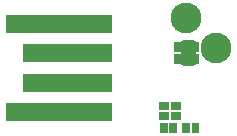
<source format=gbr>
G04 start of page 11 for group -4063 idx -4063 *
G04 Title: (unknown), componentmask *
G04 Creator: pcb 4.2.0 *
G04 CreationDate: Tue Jun 16 07:47:16 2020 UTC *
G04 For: commonadmin *
G04 Format: Gerber/RS-274X *
G04 PCB-Dimensions (mil): 6000.00 5000.00 *
G04 PCB-Coordinate-Origin: lower left *
%MOIN*%
%FSLAX25Y25*%
%LNTOPMASK*%
%ADD43C,0.0001*%
%ADD42C,0.0200*%
%ADD41C,0.1027*%
G54D41*X72250Y31000D03*
G54D42*X64500Y32700D02*X65100Y32100D01*
G54D43*G36*
X64100Y33100D02*Y31100D01*
X66600D01*
Y33100D01*
X64100D01*
G37*
G54D42*X64500Y28700D02*X65100Y28100D01*
G54D43*G36*
X64100Y29100D02*Y27100D01*
X66600D01*
Y29100D01*
X64100D01*
G37*
G36*
X56034Y6177D02*X53466D01*
Y2823D01*
X56034D01*
Y6177D01*
G37*
G36*
X59182D02*X56614D01*
Y2823D01*
X59182D01*
Y6177D01*
G37*
G36*
X63460D02*X60892D01*
Y2823D01*
X63460D01*
Y6177D01*
G37*
G36*
X53073Y9784D02*Y7216D01*
X56427D01*
Y9784D01*
X53073D01*
G37*
G36*
Y12932D02*Y10364D01*
X56427D01*
Y12932D01*
X53073D01*
G37*
G36*
X57073Y9784D02*Y7216D01*
X60427D01*
Y9784D01*
X57073D01*
G37*
G36*
Y12932D02*Y10364D01*
X60427D01*
Y12932D01*
X57073D01*
G37*
G36*
X66608Y6177D02*X64040D01*
Y2823D01*
X66608D01*
Y6177D01*
G37*
G36*
X2017Y12641D02*Y6703D01*
X37483D01*
Y12641D01*
X2017D01*
G37*
G54D41*X62250Y41000D03*
G54D43*G36*
X2017Y42169D02*Y36231D01*
X37483D01*
Y42169D01*
X2017D01*
G37*
G54D42*X61400Y30100D02*X64400D01*
X65100Y30800D01*
G54D43*G36*
X64100Y31800D02*Y29800D01*
X66600D01*
Y31800D01*
X64100D01*
G37*
G54D42*X63500Y30700D02*X64100Y30100D01*
X62900D02*X63500Y30700D01*
X60700Y30800D02*X61400Y30100D01*
G54D43*G36*
X58200Y31800D02*Y29800D01*
X61700D01*
Y31800D01*
X58200D01*
G37*
G54D42*X61700Y30100D02*X62300Y30700D01*
X62900Y30100D01*
X60800Y32100D02*X61400Y32700D01*
G54D43*G36*
X58200Y33100D02*Y31100D01*
X61800D01*
Y33100D01*
X58200D01*
G37*
G54D42*X61600Y32700D02*X62300Y32000D01*
X61400Y32700D02*X61600D01*
X61400D02*X64500D01*
X62300Y32000D02*X63000Y32700D01*
X62800D02*X63500Y32000D01*
X64200Y32700D01*
X61400Y26100D02*X64400D01*
X65100Y26800D01*
G54D43*G36*
X64100Y27800D02*Y25800D01*
X66600D01*
Y27800D01*
X64100D01*
G37*
G54D42*X63500Y26700D02*X64100Y26100D01*
X62900D02*X63500Y26700D01*
X60700Y26800D02*X61400Y26100D01*
G54D43*G36*
X58200Y27800D02*Y25800D01*
X61700D01*
Y27800D01*
X58200D01*
G37*
G54D42*X61700Y26100D02*X62300Y26700D01*
X62900Y26100D01*
X61400Y28700D02*X64500D01*
X60800Y28100D02*X61400Y28700D01*
X61600D01*
X62800D02*X63500Y28000D01*
X64200Y28700D01*
G54D43*G36*
X58200Y29100D02*Y27100D01*
X61800D01*
Y29100D01*
X58200D01*
G37*
G36*
X7923Y32326D02*Y26388D01*
X37483D01*
Y32326D01*
X7923D01*
G37*
G36*
Y22484D02*Y16546D01*
X37483D01*
Y22484D01*
X7923D01*
G37*
G54D42*X61600Y28700D02*X62300Y28000D01*
X63000Y28700D01*
M02*

</source>
